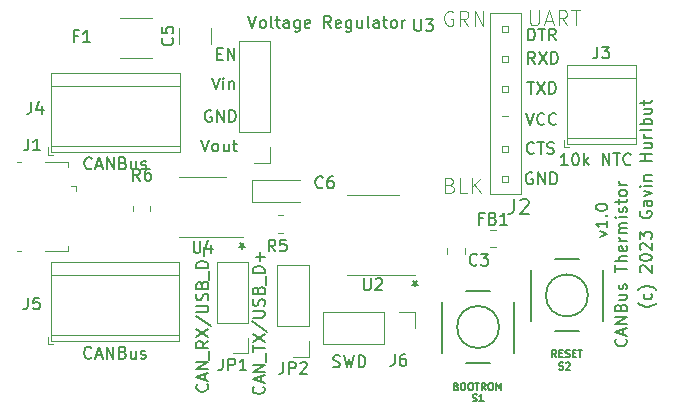
<source format=gbr>
%TF.GenerationSoftware,KiCad,Pcbnew,6.0.11-2627ca5db0~126~ubuntu22.04.1*%
%TF.CreationDate,2023-02-25T15:14:04-05:00*%
%TF.ProjectId,canbus-thermistor,63616e62-7573-42d7-9468-65726d697374,1.0*%
%TF.SameCoordinates,Original*%
%TF.FileFunction,Legend,Top*%
%TF.FilePolarity,Positive*%
%FSLAX46Y46*%
G04 Gerber Fmt 4.6, Leading zero omitted, Abs format (unit mm)*
G04 Created by KiCad (PCBNEW 6.0.11-2627ca5db0~126~ubuntu22.04.1) date 2023-02-25 15:14:04*
%MOMM*%
%LPD*%
G01*
G04 APERTURE LIST*
%ADD10C,0.150000*%
%ADD11C,0.127000*%
%ADD12C,0.101600*%
%ADD13C,0.120000*%
%ADD14C,0.066040*%
%ADD15C,0.203200*%
G04 APERTURE END LIST*
D10*
X109258333Y-94230952D02*
X109210714Y-94278571D01*
X109067857Y-94373809D01*
X108972619Y-94421428D01*
X108829761Y-94469047D01*
X108591666Y-94516666D01*
X108401190Y-94516666D01*
X108163095Y-94469047D01*
X108020238Y-94421428D01*
X107925000Y-94373809D01*
X107782142Y-94278571D01*
X107734523Y-94230952D01*
X108829761Y-93421428D02*
X108877380Y-93516666D01*
X108877380Y-93707142D01*
X108829761Y-93802380D01*
X108782142Y-93850000D01*
X108686904Y-93897619D01*
X108401190Y-93897619D01*
X108305952Y-93850000D01*
X108258333Y-93802380D01*
X108210714Y-93707142D01*
X108210714Y-93516666D01*
X108258333Y-93421428D01*
X109258333Y-93088095D02*
X109210714Y-93040476D01*
X109067857Y-92945238D01*
X108972619Y-92897619D01*
X108829761Y-92850000D01*
X108591666Y-92802380D01*
X108401190Y-92802380D01*
X108163095Y-92850000D01*
X108020238Y-92897619D01*
X107925000Y-92945238D01*
X107782142Y-93040476D01*
X107734523Y-93088095D01*
X107972619Y-91611904D02*
X107925000Y-91564285D01*
X107877380Y-91469047D01*
X107877380Y-91230952D01*
X107925000Y-91135714D01*
X107972619Y-91088095D01*
X108067857Y-91040476D01*
X108163095Y-91040476D01*
X108305952Y-91088095D01*
X108877380Y-91659523D01*
X108877380Y-91040476D01*
X107877380Y-90421428D02*
X107877380Y-90326190D01*
X107925000Y-90230952D01*
X107972619Y-90183333D01*
X108067857Y-90135714D01*
X108258333Y-90088095D01*
X108496428Y-90088095D01*
X108686904Y-90135714D01*
X108782142Y-90183333D01*
X108829761Y-90230952D01*
X108877380Y-90326190D01*
X108877380Y-90421428D01*
X108829761Y-90516666D01*
X108782142Y-90564285D01*
X108686904Y-90611904D01*
X108496428Y-90659523D01*
X108258333Y-90659523D01*
X108067857Y-90611904D01*
X107972619Y-90564285D01*
X107925000Y-90516666D01*
X107877380Y-90421428D01*
X107972619Y-89707142D02*
X107925000Y-89659523D01*
X107877380Y-89564285D01*
X107877380Y-89326190D01*
X107925000Y-89230952D01*
X107972619Y-89183333D01*
X108067857Y-89135714D01*
X108163095Y-89135714D01*
X108305952Y-89183333D01*
X108877380Y-89754761D01*
X108877380Y-89135714D01*
X107877380Y-88802380D02*
X107877380Y-88183333D01*
X108258333Y-88516666D01*
X108258333Y-88373809D01*
X108305952Y-88278571D01*
X108353571Y-88230952D01*
X108448809Y-88183333D01*
X108686904Y-88183333D01*
X108782142Y-88230952D01*
X108829761Y-88278571D01*
X108877380Y-88373809D01*
X108877380Y-88659523D01*
X108829761Y-88754761D01*
X108782142Y-88802380D01*
X107925000Y-86469047D02*
X107877380Y-86564285D01*
X107877380Y-86707142D01*
X107925000Y-86850000D01*
X108020238Y-86945238D01*
X108115476Y-86992857D01*
X108305952Y-87040476D01*
X108448809Y-87040476D01*
X108639285Y-86992857D01*
X108734523Y-86945238D01*
X108829761Y-86850000D01*
X108877380Y-86707142D01*
X108877380Y-86611904D01*
X108829761Y-86469047D01*
X108782142Y-86421428D01*
X108448809Y-86421428D01*
X108448809Y-86611904D01*
X108877380Y-85564285D02*
X108353571Y-85564285D01*
X108258333Y-85611904D01*
X108210714Y-85707142D01*
X108210714Y-85897619D01*
X108258333Y-85992857D01*
X108829761Y-85564285D02*
X108877380Y-85659523D01*
X108877380Y-85897619D01*
X108829761Y-85992857D01*
X108734523Y-86040476D01*
X108639285Y-86040476D01*
X108544047Y-85992857D01*
X108496428Y-85897619D01*
X108496428Y-85659523D01*
X108448809Y-85564285D01*
X108210714Y-85183333D02*
X108877380Y-84945238D01*
X108210714Y-84707142D01*
X108877380Y-84326190D02*
X108210714Y-84326190D01*
X107877380Y-84326190D02*
X107925000Y-84373809D01*
X107972619Y-84326190D01*
X107925000Y-84278571D01*
X107877380Y-84326190D01*
X107972619Y-84326190D01*
X108210714Y-83850000D02*
X108877380Y-83850000D01*
X108305952Y-83850000D02*
X108258333Y-83802380D01*
X108210714Y-83707142D01*
X108210714Y-83564285D01*
X108258333Y-83469047D01*
X108353571Y-83421428D01*
X108877380Y-83421428D01*
X108877380Y-82183333D02*
X107877380Y-82183333D01*
X108353571Y-82183333D02*
X108353571Y-81611904D01*
X108877380Y-81611904D02*
X107877380Y-81611904D01*
X108210714Y-80707142D02*
X108877380Y-80707142D01*
X108210714Y-81135714D02*
X108734523Y-81135714D01*
X108829761Y-81088095D01*
X108877380Y-80992857D01*
X108877380Y-80850000D01*
X108829761Y-80754761D01*
X108782142Y-80707142D01*
X108877380Y-80230952D02*
X108210714Y-80230952D01*
X108401190Y-80230952D02*
X108305952Y-80183333D01*
X108258333Y-80135714D01*
X108210714Y-80040476D01*
X108210714Y-79945238D01*
X108877380Y-79469047D02*
X108829761Y-79564285D01*
X108734523Y-79611904D01*
X107877380Y-79611904D01*
X108877380Y-79088095D02*
X107877380Y-79088095D01*
X108258333Y-79088095D02*
X108210714Y-78992857D01*
X108210714Y-78802380D01*
X108258333Y-78707142D01*
X108305952Y-78659523D01*
X108401190Y-78611904D01*
X108686904Y-78611904D01*
X108782142Y-78659523D01*
X108829761Y-78707142D01*
X108877380Y-78802380D01*
X108877380Y-78992857D01*
X108829761Y-79088095D01*
X108210714Y-77754761D02*
X108877380Y-77754761D01*
X108210714Y-78183333D02*
X108734523Y-78183333D01*
X108829761Y-78135714D01*
X108877380Y-78040476D01*
X108877380Y-77897619D01*
X108829761Y-77802380D01*
X108782142Y-77754761D01*
X108210714Y-77421428D02*
X108210714Y-77040476D01*
X107877380Y-77278571D02*
X108734523Y-77278571D01*
X108829761Y-77230952D01*
X108877380Y-77135714D01*
X108877380Y-77040476D01*
X104460714Y-88628571D02*
X105127380Y-88390476D01*
X104460714Y-88152380D01*
X105127380Y-87247619D02*
X105127380Y-87819047D01*
X105127380Y-87533333D02*
X104127380Y-87533333D01*
X104270238Y-87628571D01*
X104365476Y-87723809D01*
X104413095Y-87819047D01*
X105032142Y-86819047D02*
X105079761Y-86771428D01*
X105127380Y-86819047D01*
X105079761Y-86866666D01*
X105032142Y-86819047D01*
X105127380Y-86819047D01*
X104127380Y-86152380D02*
X104127380Y-86057142D01*
X104175000Y-85961904D01*
X104222619Y-85914285D01*
X104317857Y-85866666D01*
X104508333Y-85819047D01*
X104746428Y-85819047D01*
X104936904Y-85866666D01*
X105032142Y-85914285D01*
X105079761Y-85961904D01*
X105127380Y-86057142D01*
X105127380Y-86152380D01*
X105079761Y-86247619D01*
X105032142Y-86295238D01*
X104936904Y-86342857D01*
X104746428Y-86390476D01*
X104508333Y-86390476D01*
X104317857Y-86342857D01*
X104222619Y-86295238D01*
X104175000Y-86247619D01*
X104127380Y-86152380D01*
X106682142Y-97259523D02*
X106729761Y-97307142D01*
X106777380Y-97450000D01*
X106777380Y-97545238D01*
X106729761Y-97688095D01*
X106634523Y-97783333D01*
X106539285Y-97830952D01*
X106348809Y-97878571D01*
X106205952Y-97878571D01*
X106015476Y-97830952D01*
X105920238Y-97783333D01*
X105825000Y-97688095D01*
X105777380Y-97545238D01*
X105777380Y-97450000D01*
X105825000Y-97307142D01*
X105872619Y-97259523D01*
X106491666Y-96878571D02*
X106491666Y-96402380D01*
X106777380Y-96973809D02*
X105777380Y-96640476D01*
X106777380Y-96307142D01*
X106777380Y-95973809D02*
X105777380Y-95973809D01*
X106777380Y-95402380D01*
X105777380Y-95402380D01*
X106253571Y-94592857D02*
X106301190Y-94450000D01*
X106348809Y-94402380D01*
X106444047Y-94354761D01*
X106586904Y-94354761D01*
X106682142Y-94402380D01*
X106729761Y-94450000D01*
X106777380Y-94545238D01*
X106777380Y-94926190D01*
X105777380Y-94926190D01*
X105777380Y-94592857D01*
X105825000Y-94497619D01*
X105872619Y-94450000D01*
X105967857Y-94402380D01*
X106063095Y-94402380D01*
X106158333Y-94450000D01*
X106205952Y-94497619D01*
X106253571Y-94592857D01*
X106253571Y-94926190D01*
X106110714Y-93497619D02*
X106777380Y-93497619D01*
X106110714Y-93926190D02*
X106634523Y-93926190D01*
X106729761Y-93878571D01*
X106777380Y-93783333D01*
X106777380Y-93640476D01*
X106729761Y-93545238D01*
X106682142Y-93497619D01*
X106729761Y-93069047D02*
X106777380Y-92973809D01*
X106777380Y-92783333D01*
X106729761Y-92688095D01*
X106634523Y-92640476D01*
X106586904Y-92640476D01*
X106491666Y-92688095D01*
X106444047Y-92783333D01*
X106444047Y-92926190D01*
X106396428Y-93021428D01*
X106301190Y-93069047D01*
X106253571Y-93069047D01*
X106158333Y-93021428D01*
X106110714Y-92926190D01*
X106110714Y-92783333D01*
X106158333Y-92688095D01*
X105777380Y-91592857D02*
X105777380Y-91021428D01*
X106777380Y-91307142D02*
X105777380Y-91307142D01*
X106777380Y-90688095D02*
X105777380Y-90688095D01*
X106777380Y-90259523D02*
X106253571Y-90259523D01*
X106158333Y-90307142D01*
X106110714Y-90402380D01*
X106110714Y-90545238D01*
X106158333Y-90640476D01*
X106205952Y-90688095D01*
X106729761Y-89402380D02*
X106777380Y-89497619D01*
X106777380Y-89688095D01*
X106729761Y-89783333D01*
X106634523Y-89830952D01*
X106253571Y-89830952D01*
X106158333Y-89783333D01*
X106110714Y-89688095D01*
X106110714Y-89497619D01*
X106158333Y-89402380D01*
X106253571Y-89354761D01*
X106348809Y-89354761D01*
X106444047Y-89830952D01*
X106777380Y-88926190D02*
X106110714Y-88926190D01*
X106301190Y-88926190D02*
X106205952Y-88878571D01*
X106158333Y-88830952D01*
X106110714Y-88735714D01*
X106110714Y-88640476D01*
X106777380Y-88307142D02*
X106110714Y-88307142D01*
X106205952Y-88307142D02*
X106158333Y-88259523D01*
X106110714Y-88164285D01*
X106110714Y-88021428D01*
X106158333Y-87926190D01*
X106253571Y-87878571D01*
X106777380Y-87878571D01*
X106253571Y-87878571D02*
X106158333Y-87830952D01*
X106110714Y-87735714D01*
X106110714Y-87592857D01*
X106158333Y-87497619D01*
X106253571Y-87450000D01*
X106777380Y-87450000D01*
X106777380Y-86973809D02*
X106110714Y-86973809D01*
X105777380Y-86973809D02*
X105825000Y-87021428D01*
X105872619Y-86973809D01*
X105825000Y-86926190D01*
X105777380Y-86973809D01*
X105872619Y-86973809D01*
X106729761Y-86545238D02*
X106777380Y-86450000D01*
X106777380Y-86259523D01*
X106729761Y-86164285D01*
X106634523Y-86116666D01*
X106586904Y-86116666D01*
X106491666Y-86164285D01*
X106444047Y-86259523D01*
X106444047Y-86402380D01*
X106396428Y-86497619D01*
X106301190Y-86545238D01*
X106253571Y-86545238D01*
X106158333Y-86497619D01*
X106110714Y-86402380D01*
X106110714Y-86259523D01*
X106158333Y-86164285D01*
X106110714Y-85830952D02*
X106110714Y-85450000D01*
X105777380Y-85688095D02*
X106634523Y-85688095D01*
X106729761Y-85640476D01*
X106777380Y-85545238D01*
X106777380Y-85450000D01*
X106777380Y-84973809D02*
X106729761Y-85069047D01*
X106682142Y-85116666D01*
X106586904Y-85164285D01*
X106301190Y-85164285D01*
X106205952Y-85116666D01*
X106158333Y-85069047D01*
X106110714Y-84973809D01*
X106110714Y-84830952D01*
X106158333Y-84735714D01*
X106205952Y-84688095D01*
X106301190Y-84640476D01*
X106586904Y-84640476D01*
X106682142Y-84688095D01*
X106729761Y-84735714D01*
X106777380Y-84830952D01*
X106777380Y-84973809D01*
X106777380Y-84211904D02*
X106110714Y-84211904D01*
X106301190Y-84211904D02*
X106205952Y-84164285D01*
X106158333Y-84116666D01*
X106110714Y-84021428D01*
X106110714Y-83926190D01*
%TO.C,U3*%
X88788095Y-70177380D02*
X88788095Y-70986904D01*
X88835714Y-71082142D01*
X88883333Y-71129761D01*
X88978571Y-71177380D01*
X89169047Y-71177380D01*
X89264285Y-71129761D01*
X89311904Y-71082142D01*
X89359523Y-70986904D01*
X89359523Y-70177380D01*
X89740476Y-70177380D02*
X90359523Y-70177380D01*
X90026190Y-70558333D01*
X90169047Y-70558333D01*
X90264285Y-70605952D01*
X90311904Y-70653571D01*
X90359523Y-70748809D01*
X90359523Y-70986904D01*
X90311904Y-71082142D01*
X90264285Y-71129761D01*
X90169047Y-71177380D01*
X89883333Y-71177380D01*
X89788095Y-71129761D01*
X89740476Y-71082142D01*
X74732142Y-69927380D02*
X75065476Y-70927380D01*
X75398809Y-69927380D01*
X75875000Y-70927380D02*
X75779761Y-70879761D01*
X75732142Y-70832142D01*
X75684523Y-70736904D01*
X75684523Y-70451190D01*
X75732142Y-70355952D01*
X75779761Y-70308333D01*
X75875000Y-70260714D01*
X76017857Y-70260714D01*
X76113095Y-70308333D01*
X76160714Y-70355952D01*
X76208333Y-70451190D01*
X76208333Y-70736904D01*
X76160714Y-70832142D01*
X76113095Y-70879761D01*
X76017857Y-70927380D01*
X75875000Y-70927380D01*
X76779761Y-70927380D02*
X76684523Y-70879761D01*
X76636904Y-70784523D01*
X76636904Y-69927380D01*
X77017857Y-70260714D02*
X77398809Y-70260714D01*
X77160714Y-69927380D02*
X77160714Y-70784523D01*
X77208333Y-70879761D01*
X77303571Y-70927380D01*
X77398809Y-70927380D01*
X78160714Y-70927380D02*
X78160714Y-70403571D01*
X78113095Y-70308333D01*
X78017857Y-70260714D01*
X77827380Y-70260714D01*
X77732142Y-70308333D01*
X78160714Y-70879761D02*
X78065476Y-70927380D01*
X77827380Y-70927380D01*
X77732142Y-70879761D01*
X77684523Y-70784523D01*
X77684523Y-70689285D01*
X77732142Y-70594047D01*
X77827380Y-70546428D01*
X78065476Y-70546428D01*
X78160714Y-70498809D01*
X79065476Y-70260714D02*
X79065476Y-71070238D01*
X79017857Y-71165476D01*
X78970238Y-71213095D01*
X78875000Y-71260714D01*
X78732142Y-71260714D01*
X78636904Y-71213095D01*
X79065476Y-70879761D02*
X78970238Y-70927380D01*
X78779761Y-70927380D01*
X78684523Y-70879761D01*
X78636904Y-70832142D01*
X78589285Y-70736904D01*
X78589285Y-70451190D01*
X78636904Y-70355952D01*
X78684523Y-70308333D01*
X78779761Y-70260714D01*
X78970238Y-70260714D01*
X79065476Y-70308333D01*
X79922619Y-70879761D02*
X79827380Y-70927380D01*
X79636904Y-70927380D01*
X79541666Y-70879761D01*
X79494047Y-70784523D01*
X79494047Y-70403571D01*
X79541666Y-70308333D01*
X79636904Y-70260714D01*
X79827380Y-70260714D01*
X79922619Y-70308333D01*
X79970238Y-70403571D01*
X79970238Y-70498809D01*
X79494047Y-70594047D01*
X81732142Y-70927380D02*
X81398809Y-70451190D01*
X81160714Y-70927380D02*
X81160714Y-69927380D01*
X81541666Y-69927380D01*
X81636904Y-69975000D01*
X81684523Y-70022619D01*
X81732142Y-70117857D01*
X81732142Y-70260714D01*
X81684523Y-70355952D01*
X81636904Y-70403571D01*
X81541666Y-70451190D01*
X81160714Y-70451190D01*
X82541666Y-70879761D02*
X82446428Y-70927380D01*
X82255952Y-70927380D01*
X82160714Y-70879761D01*
X82113095Y-70784523D01*
X82113095Y-70403571D01*
X82160714Y-70308333D01*
X82255952Y-70260714D01*
X82446428Y-70260714D01*
X82541666Y-70308333D01*
X82589285Y-70403571D01*
X82589285Y-70498809D01*
X82113095Y-70594047D01*
X83446428Y-70260714D02*
X83446428Y-71070238D01*
X83398809Y-71165476D01*
X83351190Y-71213095D01*
X83255952Y-71260714D01*
X83113095Y-71260714D01*
X83017857Y-71213095D01*
X83446428Y-70879761D02*
X83351190Y-70927380D01*
X83160714Y-70927380D01*
X83065476Y-70879761D01*
X83017857Y-70832142D01*
X82970238Y-70736904D01*
X82970238Y-70451190D01*
X83017857Y-70355952D01*
X83065476Y-70308333D01*
X83160714Y-70260714D01*
X83351190Y-70260714D01*
X83446428Y-70308333D01*
X84351190Y-70260714D02*
X84351190Y-70927380D01*
X83922619Y-70260714D02*
X83922619Y-70784523D01*
X83970238Y-70879761D01*
X84065476Y-70927380D01*
X84208333Y-70927380D01*
X84303571Y-70879761D01*
X84351190Y-70832142D01*
X84970238Y-70927380D02*
X84875000Y-70879761D01*
X84827380Y-70784523D01*
X84827380Y-69927380D01*
X85779761Y-70927380D02*
X85779761Y-70403571D01*
X85732142Y-70308333D01*
X85636904Y-70260714D01*
X85446428Y-70260714D01*
X85351190Y-70308333D01*
X85779761Y-70879761D02*
X85684523Y-70927380D01*
X85446428Y-70927380D01*
X85351190Y-70879761D01*
X85303571Y-70784523D01*
X85303571Y-70689285D01*
X85351190Y-70594047D01*
X85446428Y-70546428D01*
X85684523Y-70546428D01*
X85779761Y-70498809D01*
X86113095Y-70260714D02*
X86494047Y-70260714D01*
X86255952Y-69927380D02*
X86255952Y-70784523D01*
X86303571Y-70879761D01*
X86398809Y-70927380D01*
X86494047Y-70927380D01*
X86970238Y-70927380D02*
X86875000Y-70879761D01*
X86827380Y-70832142D01*
X86779761Y-70736904D01*
X86779761Y-70451190D01*
X86827380Y-70355952D01*
X86875000Y-70308333D01*
X86970238Y-70260714D01*
X87113095Y-70260714D01*
X87208333Y-70308333D01*
X87255952Y-70355952D01*
X87303571Y-70451190D01*
X87303571Y-70736904D01*
X87255952Y-70832142D01*
X87208333Y-70879761D01*
X87113095Y-70927380D01*
X86970238Y-70927380D01*
X87732142Y-70927380D02*
X87732142Y-70260714D01*
X87732142Y-70451190D02*
X87779761Y-70355952D01*
X87827380Y-70308333D01*
X87922619Y-70260714D01*
X88017857Y-70260714D01*
X72073104Y-73103771D02*
X72406438Y-73103771D01*
X72549295Y-73627580D02*
X72073104Y-73627580D01*
X72073104Y-72627580D01*
X72549295Y-72627580D01*
X72977866Y-73627580D02*
X72977866Y-72627580D01*
X73549295Y-73627580D01*
X73549295Y-72627580D01*
X71592095Y-77933000D02*
X71496857Y-77885380D01*
X71354000Y-77885380D01*
X71211142Y-77933000D01*
X71115904Y-78028238D01*
X71068285Y-78123476D01*
X71020666Y-78313952D01*
X71020666Y-78456809D01*
X71068285Y-78647285D01*
X71115904Y-78742523D01*
X71211142Y-78837761D01*
X71354000Y-78885380D01*
X71449238Y-78885380D01*
X71592095Y-78837761D01*
X71639714Y-78790142D01*
X71639714Y-78456809D01*
X71449238Y-78456809D01*
X72068285Y-78885380D02*
X72068285Y-77885380D01*
X72639714Y-78885380D01*
X72639714Y-77885380D01*
X73115904Y-78885380D02*
X73115904Y-77885380D01*
X73354000Y-77885380D01*
X73496857Y-77933000D01*
X73592095Y-78028238D01*
X73639714Y-78123476D01*
X73687333Y-78313952D01*
X73687333Y-78456809D01*
X73639714Y-78647285D01*
X73592095Y-78742523D01*
X73496857Y-78837761D01*
X73354000Y-78885380D01*
X73115904Y-78885380D01*
X70723490Y-80379980D02*
X71056823Y-81379980D01*
X71390157Y-80379980D01*
X71866347Y-81379980D02*
X71771109Y-81332361D01*
X71723490Y-81284742D01*
X71675871Y-81189504D01*
X71675871Y-80903790D01*
X71723490Y-80808552D01*
X71771109Y-80760933D01*
X71866347Y-80713314D01*
X72009204Y-80713314D01*
X72104442Y-80760933D01*
X72152061Y-80808552D01*
X72199680Y-80903790D01*
X72199680Y-81189504D01*
X72152061Y-81284742D01*
X72104442Y-81332361D01*
X72009204Y-81379980D01*
X71866347Y-81379980D01*
X73056823Y-80713314D02*
X73056823Y-81379980D01*
X72628252Y-80713314D02*
X72628252Y-81237123D01*
X72675871Y-81332361D01*
X72771109Y-81379980D01*
X72913966Y-81379980D01*
X73009204Y-81332361D01*
X73056823Y-81284742D01*
X73390157Y-80713314D02*
X73771109Y-80713314D01*
X73533014Y-80379980D02*
X73533014Y-81237123D01*
X73580633Y-81332361D01*
X73675871Y-81379980D01*
X73771109Y-81379980D01*
X71623490Y-75129980D02*
X71956823Y-76129980D01*
X72290157Y-75129980D01*
X72623490Y-76129980D02*
X72623490Y-75463314D01*
X72623490Y-75129980D02*
X72575871Y-75177600D01*
X72623490Y-75225219D01*
X72671109Y-75177600D01*
X72623490Y-75129980D01*
X72623490Y-75225219D01*
X73099680Y-75463314D02*
X73099680Y-76129980D01*
X73099680Y-75558552D02*
X73147300Y-75510933D01*
X73242538Y-75463314D01*
X73385395Y-75463314D01*
X73480633Y-75510933D01*
X73528252Y-75606171D01*
X73528252Y-76129980D01*
D11*
%TO.C,J2*%
X97226666Y-85404523D02*
X97226666Y-86311666D01*
X97166190Y-86493095D01*
X97045238Y-86614047D01*
X96863809Y-86674523D01*
X96742857Y-86674523D01*
X97770952Y-85525476D02*
X97831428Y-85465000D01*
X97952380Y-85404523D01*
X98254761Y-85404523D01*
X98375714Y-85465000D01*
X98436190Y-85525476D01*
X98496666Y-85646428D01*
X98496666Y-85767380D01*
X98436190Y-85948809D01*
X97710476Y-86674523D01*
X98496666Y-86674523D01*
D12*
X98574047Y-69429523D02*
X98574047Y-70457619D01*
X98634523Y-70578571D01*
X98695000Y-70639047D01*
X98815952Y-70699523D01*
X99057857Y-70699523D01*
X99178809Y-70639047D01*
X99239285Y-70578571D01*
X99299761Y-70457619D01*
X99299761Y-69429523D01*
X99844047Y-70336666D02*
X100448809Y-70336666D01*
X99723095Y-70699523D02*
X100146428Y-69429523D01*
X100569761Y-70699523D01*
X101718809Y-70699523D02*
X101295476Y-70094761D01*
X100993095Y-70699523D02*
X100993095Y-69429523D01*
X101476904Y-69429523D01*
X101597857Y-69490000D01*
X101658333Y-69550476D01*
X101718809Y-69671428D01*
X101718809Y-69852857D01*
X101658333Y-69973809D01*
X101597857Y-70034285D01*
X101476904Y-70094761D01*
X100993095Y-70094761D01*
X102081666Y-69429523D02*
X102807380Y-69429523D01*
X102444523Y-70699523D02*
X102444523Y-69429523D01*
D10*
X98786095Y-83215400D02*
X98690857Y-83167780D01*
X98548000Y-83167780D01*
X98405142Y-83215400D01*
X98309904Y-83310638D01*
X98262285Y-83405876D01*
X98214666Y-83596352D01*
X98214666Y-83739209D01*
X98262285Y-83929685D01*
X98309904Y-84024923D01*
X98405142Y-84120161D01*
X98548000Y-84167780D01*
X98643238Y-84167780D01*
X98786095Y-84120161D01*
X98833714Y-84072542D01*
X98833714Y-83739209D01*
X98643238Y-83739209D01*
X99262285Y-84167780D02*
X99262285Y-83167780D01*
X99833714Y-84167780D01*
X99833714Y-83167780D01*
X100309904Y-84167780D02*
X100309904Y-83167780D01*
X100548000Y-83167780D01*
X100690857Y-83215400D01*
X100786095Y-83310638D01*
X100833714Y-83405876D01*
X100881333Y-83596352D01*
X100881333Y-83739209D01*
X100833714Y-83929685D01*
X100786095Y-84024923D01*
X100690857Y-84120161D01*
X100548000Y-84167780D01*
X100309904Y-84167780D01*
X98336895Y-75496980D02*
X98908323Y-75496980D01*
X98622609Y-76496980D02*
X98622609Y-75496980D01*
X99146419Y-75496980D02*
X99813085Y-76496980D01*
X99813085Y-75496980D02*
X99146419Y-76496980D01*
X100194038Y-76496980D02*
X100194038Y-75496980D01*
X100432133Y-75496980D01*
X100574990Y-75544600D01*
X100670228Y-75639838D01*
X100717847Y-75735076D01*
X100765466Y-75925552D01*
X100765466Y-76068409D01*
X100717847Y-76258885D01*
X100670228Y-76354123D01*
X100574990Y-76449361D01*
X100432133Y-76496980D01*
X100194038Y-76496980D01*
X98982933Y-73956980D02*
X98649600Y-73480790D01*
X98411504Y-73956980D02*
X98411504Y-72956980D01*
X98792457Y-72956980D01*
X98887695Y-73004600D01*
X98935314Y-73052219D01*
X98982933Y-73147457D01*
X98982933Y-73290314D01*
X98935314Y-73385552D01*
X98887695Y-73433171D01*
X98792457Y-73480790D01*
X98411504Y-73480790D01*
X99316266Y-72956980D02*
X99982933Y-73956980D01*
X99982933Y-72956980D02*
X99316266Y-73956980D01*
X100363885Y-73956980D02*
X100363885Y-72956980D01*
X100601980Y-72956980D01*
X100744838Y-73004600D01*
X100840076Y-73099838D01*
X100887695Y-73195076D01*
X100935314Y-73385552D01*
X100935314Y-73528409D01*
X100887695Y-73718885D01*
X100840076Y-73814123D01*
X100744838Y-73909361D01*
X100601980Y-73956980D01*
X100363885Y-73956980D01*
D12*
X92032380Y-69540000D02*
X91911428Y-69479523D01*
X91730000Y-69479523D01*
X91548571Y-69540000D01*
X91427619Y-69660952D01*
X91367142Y-69781904D01*
X91306666Y-70023809D01*
X91306666Y-70205238D01*
X91367142Y-70447142D01*
X91427619Y-70568095D01*
X91548571Y-70689047D01*
X91730000Y-70749523D01*
X91850952Y-70749523D01*
X92032380Y-70689047D01*
X92092857Y-70628571D01*
X92092857Y-70205238D01*
X91850952Y-70205238D01*
X93362857Y-70749523D02*
X92939523Y-70144761D01*
X92637142Y-70749523D02*
X92637142Y-69479523D01*
X93120952Y-69479523D01*
X93241904Y-69540000D01*
X93302380Y-69600476D01*
X93362857Y-69721428D01*
X93362857Y-69902857D01*
X93302380Y-70023809D01*
X93241904Y-70084285D01*
X93120952Y-70144761D01*
X92637142Y-70144761D01*
X93907142Y-70749523D02*
X93907142Y-69479523D01*
X94632857Y-70749523D01*
X94632857Y-69479523D01*
X91816666Y-84234285D02*
X91998095Y-84294761D01*
X92058571Y-84355238D01*
X92119047Y-84476190D01*
X92119047Y-84657619D01*
X92058571Y-84778571D01*
X91998095Y-84839047D01*
X91877142Y-84899523D01*
X91393333Y-84899523D01*
X91393333Y-83629523D01*
X91816666Y-83629523D01*
X91937619Y-83690000D01*
X91998095Y-83750476D01*
X92058571Y-83871428D01*
X92058571Y-83992380D01*
X91998095Y-84113333D01*
X91937619Y-84173809D01*
X91816666Y-84234285D01*
X91393333Y-84234285D01*
X93268095Y-84899523D02*
X92663333Y-84899523D01*
X92663333Y-83629523D01*
X93691428Y-84899523D02*
X93691428Y-83629523D01*
X94417142Y-84899523D02*
X93872857Y-84173809D01*
X94417142Y-83629523D02*
X93691428Y-84355238D01*
D10*
X98214666Y-78138580D02*
X98548000Y-79138580D01*
X98881333Y-78138580D01*
X99786095Y-79043342D02*
X99738476Y-79090961D01*
X99595619Y-79138580D01*
X99500380Y-79138580D01*
X99357523Y-79090961D01*
X99262285Y-78995723D01*
X99214666Y-78900485D01*
X99167047Y-78710009D01*
X99167047Y-78567152D01*
X99214666Y-78376676D01*
X99262285Y-78281438D01*
X99357523Y-78186200D01*
X99500380Y-78138580D01*
X99595619Y-78138580D01*
X99738476Y-78186200D01*
X99786095Y-78233819D01*
X100786095Y-79043342D02*
X100738476Y-79090961D01*
X100595619Y-79138580D01*
X100500380Y-79138580D01*
X100357523Y-79090961D01*
X100262285Y-78995723D01*
X100214666Y-78900485D01*
X100167047Y-78710009D01*
X100167047Y-78567152D01*
X100214666Y-78376676D01*
X100262285Y-78281438D01*
X100357523Y-78186200D01*
X100500380Y-78138580D01*
X100595619Y-78138580D01*
X100738476Y-78186200D01*
X100786095Y-78233819D01*
X98898780Y-81507142D02*
X98851161Y-81554761D01*
X98708304Y-81602380D01*
X98613066Y-81602380D01*
X98470209Y-81554761D01*
X98374971Y-81459523D01*
X98327352Y-81364285D01*
X98279733Y-81173809D01*
X98279733Y-81030952D01*
X98327352Y-80840476D01*
X98374971Y-80745238D01*
X98470209Y-80650000D01*
X98613066Y-80602380D01*
X98708304Y-80602380D01*
X98851161Y-80650000D01*
X98898780Y-80697619D01*
X99184495Y-80602380D02*
X99755923Y-80602380D01*
X99470209Y-81602380D02*
X99470209Y-80602380D01*
X100041638Y-81554761D02*
X100184495Y-81602380D01*
X100422590Y-81602380D01*
X100517828Y-81554761D01*
X100565447Y-81507142D01*
X100613066Y-81411904D01*
X100613066Y-81316666D01*
X100565447Y-81221428D01*
X100517828Y-81173809D01*
X100422590Y-81126190D01*
X100232114Y-81078571D01*
X100136876Y-81030952D01*
X100089257Y-80983333D01*
X100041638Y-80888095D01*
X100041638Y-80792857D01*
X100089257Y-80697619D01*
X100136876Y-80650000D01*
X100232114Y-80602380D01*
X100470209Y-80602380D01*
X100613066Y-80650000D01*
X98407142Y-71977380D02*
X98407142Y-70977380D01*
X98645238Y-70977380D01*
X98788095Y-71025000D01*
X98883333Y-71120238D01*
X98930952Y-71215476D01*
X98978571Y-71405952D01*
X98978571Y-71548809D01*
X98930952Y-71739285D01*
X98883333Y-71834523D01*
X98788095Y-71929761D01*
X98645238Y-71977380D01*
X98407142Y-71977380D01*
X99264285Y-70977380D02*
X99835714Y-70977380D01*
X99550000Y-71977380D02*
X99550000Y-70977380D01*
X100740476Y-71977380D02*
X100407142Y-71501190D01*
X100169047Y-71977380D02*
X100169047Y-70977380D01*
X100550000Y-70977380D01*
X100645238Y-71025000D01*
X100692857Y-71072619D01*
X100740476Y-71167857D01*
X100740476Y-71310714D01*
X100692857Y-71405952D01*
X100645238Y-71453571D01*
X100550000Y-71501190D01*
X100169047Y-71501190D01*
%TO.C,U4*%
X70088095Y-88962380D02*
X70088095Y-89771904D01*
X70135714Y-89867142D01*
X70183333Y-89914761D01*
X70278571Y-89962380D01*
X70469047Y-89962380D01*
X70564285Y-89914761D01*
X70611904Y-89867142D01*
X70659523Y-89771904D01*
X70659523Y-88962380D01*
X71564285Y-89295714D02*
X71564285Y-89962380D01*
X71326190Y-88914761D02*
X71088095Y-89629047D01*
X71707142Y-89629047D01*
X74175000Y-89607619D02*
X74175000Y-89369523D01*
X74413095Y-89464761D02*
X74175000Y-89369523D01*
X73936904Y-89464761D01*
X74317857Y-89179047D02*
X74175000Y-89369523D01*
X74032142Y-89179047D01*
%TO.C,U2*%
X84500595Y-92127380D02*
X84500595Y-92936904D01*
X84548214Y-93032142D01*
X84595833Y-93079761D01*
X84691071Y-93127380D01*
X84881547Y-93127380D01*
X84976785Y-93079761D01*
X85024404Y-93032142D01*
X85072023Y-92936904D01*
X85072023Y-92127380D01*
X85500595Y-92222619D02*
X85548214Y-92175000D01*
X85643452Y-92127380D01*
X85881547Y-92127380D01*
X85976785Y-92175000D01*
X86024404Y-92222619D01*
X86072023Y-92317857D01*
X86072023Y-92413095D01*
X86024404Y-92555952D01*
X85452976Y-93127380D01*
X86072023Y-93127380D01*
X88832500Y-92807619D02*
X88832500Y-92569523D01*
X89070595Y-92664761D02*
X88832500Y-92569523D01*
X88594404Y-92664761D01*
X88975357Y-92379047D02*
X88832500Y-92569523D01*
X88689642Y-92379047D01*
D11*
%TO.C,S2*%
X101035542Y-99821742D02*
X101122628Y-99850771D01*
X101267771Y-99850771D01*
X101325828Y-99821742D01*
X101354857Y-99792714D01*
X101383885Y-99734657D01*
X101383885Y-99676600D01*
X101354857Y-99618542D01*
X101325828Y-99589514D01*
X101267771Y-99560485D01*
X101151657Y-99531457D01*
X101093600Y-99502428D01*
X101064571Y-99473400D01*
X101035542Y-99415342D01*
X101035542Y-99357285D01*
X101064571Y-99299228D01*
X101093600Y-99270200D01*
X101151657Y-99241171D01*
X101296800Y-99241171D01*
X101383885Y-99270200D01*
X101616114Y-99299228D02*
X101645142Y-99270200D01*
X101703200Y-99241171D01*
X101848342Y-99241171D01*
X101906400Y-99270200D01*
X101935428Y-99299228D01*
X101964457Y-99357285D01*
X101964457Y-99415342D01*
X101935428Y-99502428D01*
X101587085Y-99850771D01*
X101964457Y-99850771D01*
X100789628Y-98800771D02*
X100586428Y-98510485D01*
X100441285Y-98800771D02*
X100441285Y-98191171D01*
X100673514Y-98191171D01*
X100731571Y-98220200D01*
X100760600Y-98249228D01*
X100789628Y-98307285D01*
X100789628Y-98394371D01*
X100760600Y-98452428D01*
X100731571Y-98481457D01*
X100673514Y-98510485D01*
X100441285Y-98510485D01*
X101050885Y-98481457D02*
X101254085Y-98481457D01*
X101341171Y-98800771D02*
X101050885Y-98800771D01*
X101050885Y-98191171D01*
X101341171Y-98191171D01*
X101573400Y-98771742D02*
X101660485Y-98800771D01*
X101805628Y-98800771D01*
X101863685Y-98771742D01*
X101892714Y-98742714D01*
X101921742Y-98684657D01*
X101921742Y-98626600D01*
X101892714Y-98568542D01*
X101863685Y-98539514D01*
X101805628Y-98510485D01*
X101689514Y-98481457D01*
X101631457Y-98452428D01*
X101602428Y-98423400D01*
X101573400Y-98365342D01*
X101573400Y-98307285D01*
X101602428Y-98249228D01*
X101631457Y-98220200D01*
X101689514Y-98191171D01*
X101834657Y-98191171D01*
X101921742Y-98220200D01*
X102183000Y-98481457D02*
X102386200Y-98481457D01*
X102473285Y-98800771D02*
X102183000Y-98800771D01*
X102183000Y-98191171D01*
X102473285Y-98191171D01*
X102647457Y-98191171D02*
X102995800Y-98191171D01*
X102821628Y-98800771D02*
X102821628Y-98191171D01*
%TO.C,S1*%
X93710542Y-102521742D02*
X93797628Y-102550771D01*
X93942771Y-102550771D01*
X94000828Y-102521742D01*
X94029857Y-102492714D01*
X94058885Y-102434657D01*
X94058885Y-102376600D01*
X94029857Y-102318542D01*
X94000828Y-102289514D01*
X93942771Y-102260485D01*
X93826657Y-102231457D01*
X93768600Y-102202428D01*
X93739571Y-102173400D01*
X93710542Y-102115342D01*
X93710542Y-102057285D01*
X93739571Y-101999228D01*
X93768600Y-101970200D01*
X93826657Y-101941171D01*
X93971800Y-101941171D01*
X94058885Y-101970200D01*
X94639457Y-102550771D02*
X94291114Y-102550771D01*
X94465285Y-102550771D02*
X94465285Y-101941171D01*
X94407228Y-102028257D01*
X94349171Y-102086314D01*
X94291114Y-102115342D01*
X92325228Y-101281457D02*
X92412314Y-101310485D01*
X92441342Y-101339514D01*
X92470371Y-101397571D01*
X92470371Y-101484657D01*
X92441342Y-101542714D01*
X92412314Y-101571742D01*
X92354257Y-101600771D01*
X92122028Y-101600771D01*
X92122028Y-100991171D01*
X92325228Y-100991171D01*
X92383285Y-101020200D01*
X92412314Y-101049228D01*
X92441342Y-101107285D01*
X92441342Y-101165342D01*
X92412314Y-101223400D01*
X92383285Y-101252428D01*
X92325228Y-101281457D01*
X92122028Y-101281457D01*
X92847742Y-100991171D02*
X92963857Y-100991171D01*
X93021914Y-101020200D01*
X93079971Y-101078257D01*
X93109000Y-101194371D01*
X93109000Y-101397571D01*
X93079971Y-101513685D01*
X93021914Y-101571742D01*
X92963857Y-101600771D01*
X92847742Y-101600771D01*
X92789685Y-101571742D01*
X92731628Y-101513685D01*
X92702600Y-101397571D01*
X92702600Y-101194371D01*
X92731628Y-101078257D01*
X92789685Y-101020200D01*
X92847742Y-100991171D01*
X93486371Y-100991171D02*
X93602485Y-100991171D01*
X93660542Y-101020200D01*
X93718600Y-101078257D01*
X93747628Y-101194371D01*
X93747628Y-101397571D01*
X93718600Y-101513685D01*
X93660542Y-101571742D01*
X93602485Y-101600771D01*
X93486371Y-101600771D01*
X93428314Y-101571742D01*
X93370257Y-101513685D01*
X93341228Y-101397571D01*
X93341228Y-101194371D01*
X93370257Y-101078257D01*
X93428314Y-101020200D01*
X93486371Y-100991171D01*
X93921800Y-100991171D02*
X94270142Y-100991171D01*
X94095971Y-101600771D02*
X94095971Y-100991171D01*
X94821685Y-101600771D02*
X94618485Y-101310485D01*
X94473342Y-101600771D02*
X94473342Y-100991171D01*
X94705571Y-100991171D01*
X94763628Y-101020200D01*
X94792657Y-101049228D01*
X94821685Y-101107285D01*
X94821685Y-101194371D01*
X94792657Y-101252428D01*
X94763628Y-101281457D01*
X94705571Y-101310485D01*
X94473342Y-101310485D01*
X95199057Y-100991171D02*
X95315171Y-100991171D01*
X95373228Y-101020200D01*
X95431285Y-101078257D01*
X95460314Y-101194371D01*
X95460314Y-101397571D01*
X95431285Y-101513685D01*
X95373228Y-101571742D01*
X95315171Y-101600771D01*
X95199057Y-101600771D01*
X95141000Y-101571742D01*
X95082942Y-101513685D01*
X95053914Y-101397571D01*
X95053914Y-101194371D01*
X95082942Y-101078257D01*
X95141000Y-101020200D01*
X95199057Y-100991171D01*
X95721571Y-101600771D02*
X95721571Y-100991171D01*
X95924771Y-101426600D01*
X96127971Y-100991171D01*
X96127971Y-101600771D01*
D10*
%TO.C,R6*%
X65558333Y-83852380D02*
X65225000Y-83376190D01*
X64986904Y-83852380D02*
X64986904Y-82852380D01*
X65367857Y-82852380D01*
X65463095Y-82900000D01*
X65510714Y-82947619D01*
X65558333Y-83042857D01*
X65558333Y-83185714D01*
X65510714Y-83280952D01*
X65463095Y-83328571D01*
X65367857Y-83376190D01*
X64986904Y-83376190D01*
X66415476Y-82852380D02*
X66225000Y-82852380D01*
X66129761Y-82900000D01*
X66082142Y-82947619D01*
X65986904Y-83090476D01*
X65939285Y-83280952D01*
X65939285Y-83661904D01*
X65986904Y-83757142D01*
X66034523Y-83804761D01*
X66129761Y-83852380D01*
X66320238Y-83852380D01*
X66415476Y-83804761D01*
X66463095Y-83757142D01*
X66510714Y-83661904D01*
X66510714Y-83423809D01*
X66463095Y-83328571D01*
X66415476Y-83280952D01*
X66320238Y-83233333D01*
X66129761Y-83233333D01*
X66034523Y-83280952D01*
X65986904Y-83328571D01*
X65939285Y-83423809D01*
%TO.C,R5*%
X77008333Y-89852380D02*
X76675000Y-89376190D01*
X76436904Y-89852380D02*
X76436904Y-88852380D01*
X76817857Y-88852380D01*
X76913095Y-88900000D01*
X76960714Y-88947619D01*
X77008333Y-89042857D01*
X77008333Y-89185714D01*
X76960714Y-89280952D01*
X76913095Y-89328571D01*
X76817857Y-89376190D01*
X76436904Y-89376190D01*
X77913095Y-88852380D02*
X77436904Y-88852380D01*
X77389285Y-89328571D01*
X77436904Y-89280952D01*
X77532142Y-89233333D01*
X77770238Y-89233333D01*
X77865476Y-89280952D01*
X77913095Y-89328571D01*
X77960714Y-89423809D01*
X77960714Y-89661904D01*
X77913095Y-89757142D01*
X77865476Y-89804761D01*
X77770238Y-89852380D01*
X77532142Y-89852380D01*
X77436904Y-89804761D01*
X77389285Y-89757142D01*
%TO.C,JP2*%
X77691666Y-99207380D02*
X77691666Y-99921666D01*
X77644047Y-100064523D01*
X77548809Y-100159761D01*
X77405952Y-100207380D01*
X77310714Y-100207380D01*
X78167857Y-100207380D02*
X78167857Y-99207380D01*
X78548809Y-99207380D01*
X78644047Y-99255000D01*
X78691666Y-99302619D01*
X78739285Y-99397857D01*
X78739285Y-99540714D01*
X78691666Y-99635952D01*
X78644047Y-99683571D01*
X78548809Y-99731190D01*
X78167857Y-99731190D01*
X79120238Y-99302619D02*
X79167857Y-99255000D01*
X79263095Y-99207380D01*
X79501190Y-99207380D01*
X79596428Y-99255000D01*
X79644047Y-99302619D01*
X79691666Y-99397857D01*
X79691666Y-99493095D01*
X79644047Y-99635952D01*
X79072619Y-100207380D01*
X79691666Y-100207380D01*
X76007142Y-101304761D02*
X76054761Y-101352380D01*
X76102380Y-101495238D01*
X76102380Y-101590476D01*
X76054761Y-101733333D01*
X75959523Y-101828571D01*
X75864285Y-101876190D01*
X75673809Y-101923809D01*
X75530952Y-101923809D01*
X75340476Y-101876190D01*
X75245238Y-101828571D01*
X75150000Y-101733333D01*
X75102380Y-101590476D01*
X75102380Y-101495238D01*
X75150000Y-101352380D01*
X75197619Y-101304761D01*
X75816666Y-100923809D02*
X75816666Y-100447619D01*
X76102380Y-101019047D02*
X75102380Y-100685714D01*
X76102380Y-100352380D01*
X76102380Y-100019047D02*
X75102380Y-100019047D01*
X76102380Y-99447619D01*
X75102380Y-99447619D01*
X76197619Y-99209523D02*
X76197619Y-98447619D01*
X75102380Y-98352380D02*
X75102380Y-97780952D01*
X76102380Y-98066666D02*
X75102380Y-98066666D01*
X75102380Y-97542857D02*
X76102380Y-96876190D01*
X75102380Y-96876190D02*
X76102380Y-97542857D01*
X75054761Y-95780952D02*
X76340476Y-96638095D01*
X75102380Y-95447619D02*
X75911904Y-95447619D01*
X76007142Y-95400000D01*
X76054761Y-95352380D01*
X76102380Y-95257142D01*
X76102380Y-95066666D01*
X76054761Y-94971428D01*
X76007142Y-94923809D01*
X75911904Y-94876190D01*
X75102380Y-94876190D01*
X76054761Y-94447619D02*
X76102380Y-94304761D01*
X76102380Y-94066666D01*
X76054761Y-93971428D01*
X76007142Y-93923809D01*
X75911904Y-93876190D01*
X75816666Y-93876190D01*
X75721428Y-93923809D01*
X75673809Y-93971428D01*
X75626190Y-94066666D01*
X75578571Y-94257142D01*
X75530952Y-94352380D01*
X75483333Y-94400000D01*
X75388095Y-94447619D01*
X75292857Y-94447619D01*
X75197619Y-94400000D01*
X75150000Y-94352380D01*
X75102380Y-94257142D01*
X75102380Y-94019047D01*
X75150000Y-93876190D01*
X75578571Y-93114285D02*
X75626190Y-92971428D01*
X75673809Y-92923809D01*
X75769047Y-92876190D01*
X75911904Y-92876190D01*
X76007142Y-92923809D01*
X76054761Y-92971428D01*
X76102380Y-93066666D01*
X76102380Y-93447619D01*
X75102380Y-93447619D01*
X75102380Y-93114285D01*
X75150000Y-93019047D01*
X75197619Y-92971428D01*
X75292857Y-92923809D01*
X75388095Y-92923809D01*
X75483333Y-92971428D01*
X75530952Y-93019047D01*
X75578571Y-93114285D01*
X75578571Y-93447619D01*
X76197619Y-92685714D02*
X76197619Y-91923809D01*
X76102380Y-91685714D02*
X75102380Y-91685714D01*
X75102380Y-91447619D01*
X75150000Y-91304761D01*
X75245238Y-91209523D01*
X75340476Y-91161904D01*
X75530952Y-91114285D01*
X75673809Y-91114285D01*
X75864285Y-91161904D01*
X75959523Y-91209523D01*
X76054761Y-91304761D01*
X76102380Y-91447619D01*
X76102380Y-91685714D01*
X75721428Y-90685714D02*
X75721428Y-89923809D01*
X76102380Y-90304761D02*
X75340476Y-90304761D01*
%TO.C,JP1*%
X72566666Y-98922380D02*
X72566666Y-99636666D01*
X72519047Y-99779523D01*
X72423809Y-99874761D01*
X72280952Y-99922380D01*
X72185714Y-99922380D01*
X73042857Y-99922380D02*
X73042857Y-98922380D01*
X73423809Y-98922380D01*
X73519047Y-98970000D01*
X73566666Y-99017619D01*
X73614285Y-99112857D01*
X73614285Y-99255714D01*
X73566666Y-99350952D01*
X73519047Y-99398571D01*
X73423809Y-99446190D01*
X73042857Y-99446190D01*
X74566666Y-99922380D02*
X73995238Y-99922380D01*
X74280952Y-99922380D02*
X74280952Y-98922380D01*
X74185714Y-99065238D01*
X74090476Y-99160476D01*
X73995238Y-99208095D01*
X71232142Y-101098809D02*
X71279761Y-101146428D01*
X71327380Y-101289285D01*
X71327380Y-101384523D01*
X71279761Y-101527380D01*
X71184523Y-101622619D01*
X71089285Y-101670238D01*
X70898809Y-101717857D01*
X70755952Y-101717857D01*
X70565476Y-101670238D01*
X70470238Y-101622619D01*
X70375000Y-101527380D01*
X70327380Y-101384523D01*
X70327380Y-101289285D01*
X70375000Y-101146428D01*
X70422619Y-101098809D01*
X71041666Y-100717857D02*
X71041666Y-100241666D01*
X71327380Y-100813095D02*
X70327380Y-100479761D01*
X71327380Y-100146428D01*
X71327380Y-99813095D02*
X70327380Y-99813095D01*
X71327380Y-99241666D01*
X70327380Y-99241666D01*
X71422619Y-99003571D02*
X71422619Y-98241666D01*
X71327380Y-97432142D02*
X70851190Y-97765476D01*
X71327380Y-98003571D02*
X70327380Y-98003571D01*
X70327380Y-97622619D01*
X70375000Y-97527380D01*
X70422619Y-97479761D01*
X70517857Y-97432142D01*
X70660714Y-97432142D01*
X70755952Y-97479761D01*
X70803571Y-97527380D01*
X70851190Y-97622619D01*
X70851190Y-98003571D01*
X70327380Y-97098809D02*
X71327380Y-96432142D01*
X70327380Y-96432142D02*
X71327380Y-97098809D01*
X70279761Y-95336904D02*
X71565476Y-96194047D01*
X70327380Y-95003571D02*
X71136904Y-95003571D01*
X71232142Y-94955952D01*
X71279761Y-94908333D01*
X71327380Y-94813095D01*
X71327380Y-94622619D01*
X71279761Y-94527380D01*
X71232142Y-94479761D01*
X71136904Y-94432142D01*
X70327380Y-94432142D01*
X71279761Y-94003571D02*
X71327380Y-93860714D01*
X71327380Y-93622619D01*
X71279761Y-93527380D01*
X71232142Y-93479761D01*
X71136904Y-93432142D01*
X71041666Y-93432142D01*
X70946428Y-93479761D01*
X70898809Y-93527380D01*
X70851190Y-93622619D01*
X70803571Y-93813095D01*
X70755952Y-93908333D01*
X70708333Y-93955952D01*
X70613095Y-94003571D01*
X70517857Y-94003571D01*
X70422619Y-93955952D01*
X70375000Y-93908333D01*
X70327380Y-93813095D01*
X70327380Y-93575000D01*
X70375000Y-93432142D01*
X70803571Y-92670238D02*
X70851190Y-92527380D01*
X70898809Y-92479761D01*
X70994047Y-92432142D01*
X71136904Y-92432142D01*
X71232142Y-92479761D01*
X71279761Y-92527380D01*
X71327380Y-92622619D01*
X71327380Y-93003571D01*
X70327380Y-93003571D01*
X70327380Y-92670238D01*
X70375000Y-92575000D01*
X70422619Y-92527380D01*
X70517857Y-92479761D01*
X70613095Y-92479761D01*
X70708333Y-92527380D01*
X70755952Y-92575000D01*
X70803571Y-92670238D01*
X70803571Y-93003571D01*
X71422619Y-92241666D02*
X71422619Y-91479761D01*
X71327380Y-91241666D02*
X70327380Y-91241666D01*
X70327380Y-91003571D01*
X70375000Y-90860714D01*
X70470238Y-90765476D01*
X70565476Y-90717857D01*
X70755952Y-90670238D01*
X70898809Y-90670238D01*
X71089285Y-90717857D01*
X71184523Y-90765476D01*
X71279761Y-90860714D01*
X71327380Y-91003571D01*
X71327380Y-91241666D01*
X70946428Y-90241666D02*
X70946428Y-89479761D01*
%TO.C,J6*%
X87116666Y-98552380D02*
X87116666Y-99266666D01*
X87069047Y-99409523D01*
X86973809Y-99504761D01*
X86830952Y-99552380D01*
X86735714Y-99552380D01*
X88021428Y-98552380D02*
X87830952Y-98552380D01*
X87735714Y-98600000D01*
X87688095Y-98647619D01*
X87592857Y-98790476D01*
X87545238Y-98980952D01*
X87545238Y-99361904D01*
X87592857Y-99457142D01*
X87640476Y-99504761D01*
X87735714Y-99552380D01*
X87926190Y-99552380D01*
X88021428Y-99504761D01*
X88069047Y-99457142D01*
X88116666Y-99361904D01*
X88116666Y-99123809D01*
X88069047Y-99028571D01*
X88021428Y-98980952D01*
X87926190Y-98933333D01*
X87735714Y-98933333D01*
X87640476Y-98980952D01*
X87592857Y-99028571D01*
X87545238Y-99123809D01*
X81917857Y-99604761D02*
X82060714Y-99652380D01*
X82298809Y-99652380D01*
X82394047Y-99604761D01*
X82441666Y-99557142D01*
X82489285Y-99461904D01*
X82489285Y-99366666D01*
X82441666Y-99271428D01*
X82394047Y-99223809D01*
X82298809Y-99176190D01*
X82108333Y-99128571D01*
X82013095Y-99080952D01*
X81965476Y-99033333D01*
X81917857Y-98938095D01*
X81917857Y-98842857D01*
X81965476Y-98747619D01*
X82013095Y-98700000D01*
X82108333Y-98652380D01*
X82346428Y-98652380D01*
X82489285Y-98700000D01*
X82822619Y-98652380D02*
X83060714Y-99652380D01*
X83251190Y-98938095D01*
X83441666Y-99652380D01*
X83679761Y-98652380D01*
X84060714Y-99652380D02*
X84060714Y-98652380D01*
X84298809Y-98652380D01*
X84441666Y-98700000D01*
X84536904Y-98795238D01*
X84584523Y-98890476D01*
X84632142Y-99080952D01*
X84632142Y-99223809D01*
X84584523Y-99414285D01*
X84536904Y-99509523D01*
X84441666Y-99604761D01*
X84298809Y-99652380D01*
X84060714Y-99652380D01*
%TO.C,J5*%
X56066666Y-93752380D02*
X56066666Y-94466666D01*
X56019047Y-94609523D01*
X55923809Y-94704761D01*
X55780952Y-94752380D01*
X55685714Y-94752380D01*
X57019047Y-93752380D02*
X56542857Y-93752380D01*
X56495238Y-94228571D01*
X56542857Y-94180952D01*
X56638095Y-94133333D01*
X56876190Y-94133333D01*
X56971428Y-94180952D01*
X57019047Y-94228571D01*
X57066666Y-94323809D01*
X57066666Y-94561904D01*
X57019047Y-94657142D01*
X56971428Y-94704761D01*
X56876190Y-94752380D01*
X56638095Y-94752380D01*
X56542857Y-94704761D01*
X56495238Y-94657142D01*
X61435000Y-98827142D02*
X61387380Y-98874761D01*
X61244523Y-98922380D01*
X61149285Y-98922380D01*
X61006428Y-98874761D01*
X60911190Y-98779523D01*
X60863571Y-98684285D01*
X60815952Y-98493809D01*
X60815952Y-98350952D01*
X60863571Y-98160476D01*
X60911190Y-98065238D01*
X61006428Y-97970000D01*
X61149285Y-97922380D01*
X61244523Y-97922380D01*
X61387380Y-97970000D01*
X61435000Y-98017619D01*
X61815952Y-98636666D02*
X62292142Y-98636666D01*
X61720714Y-98922380D02*
X62054047Y-97922380D01*
X62387380Y-98922380D01*
X62720714Y-98922380D02*
X62720714Y-97922380D01*
X63292142Y-98922380D01*
X63292142Y-97922380D01*
X64101666Y-98398571D02*
X64244523Y-98446190D01*
X64292142Y-98493809D01*
X64339761Y-98589047D01*
X64339761Y-98731904D01*
X64292142Y-98827142D01*
X64244523Y-98874761D01*
X64149285Y-98922380D01*
X63768333Y-98922380D01*
X63768333Y-97922380D01*
X64101666Y-97922380D01*
X64196904Y-97970000D01*
X64244523Y-98017619D01*
X64292142Y-98112857D01*
X64292142Y-98208095D01*
X64244523Y-98303333D01*
X64196904Y-98350952D01*
X64101666Y-98398571D01*
X63768333Y-98398571D01*
X65196904Y-98255714D02*
X65196904Y-98922380D01*
X64768333Y-98255714D02*
X64768333Y-98779523D01*
X64815952Y-98874761D01*
X64911190Y-98922380D01*
X65054047Y-98922380D01*
X65149285Y-98874761D01*
X65196904Y-98827142D01*
X65625476Y-98874761D02*
X65720714Y-98922380D01*
X65911190Y-98922380D01*
X66006428Y-98874761D01*
X66054047Y-98779523D01*
X66054047Y-98731904D01*
X66006428Y-98636666D01*
X65911190Y-98589047D01*
X65768333Y-98589047D01*
X65673095Y-98541428D01*
X65625476Y-98446190D01*
X65625476Y-98398571D01*
X65673095Y-98303333D01*
X65768333Y-98255714D01*
X65911190Y-98255714D01*
X66006428Y-98303333D01*
%TO.C,J4*%
X56341666Y-77202380D02*
X56341666Y-77916666D01*
X56294047Y-78059523D01*
X56198809Y-78154761D01*
X56055952Y-78202380D01*
X55960714Y-78202380D01*
X57246428Y-77535714D02*
X57246428Y-78202380D01*
X57008333Y-77154761D02*
X56770238Y-77869047D01*
X57389285Y-77869047D01*
X61470000Y-82802142D02*
X61422380Y-82849761D01*
X61279523Y-82897380D01*
X61184285Y-82897380D01*
X61041428Y-82849761D01*
X60946190Y-82754523D01*
X60898571Y-82659285D01*
X60850952Y-82468809D01*
X60850952Y-82325952D01*
X60898571Y-82135476D01*
X60946190Y-82040238D01*
X61041428Y-81945000D01*
X61184285Y-81897380D01*
X61279523Y-81897380D01*
X61422380Y-81945000D01*
X61470000Y-81992619D01*
X61850952Y-82611666D02*
X62327142Y-82611666D01*
X61755714Y-82897380D02*
X62089047Y-81897380D01*
X62422380Y-82897380D01*
X62755714Y-82897380D02*
X62755714Y-81897380D01*
X63327142Y-82897380D01*
X63327142Y-81897380D01*
X64136666Y-82373571D02*
X64279523Y-82421190D01*
X64327142Y-82468809D01*
X64374761Y-82564047D01*
X64374761Y-82706904D01*
X64327142Y-82802142D01*
X64279523Y-82849761D01*
X64184285Y-82897380D01*
X63803333Y-82897380D01*
X63803333Y-81897380D01*
X64136666Y-81897380D01*
X64231904Y-81945000D01*
X64279523Y-81992619D01*
X64327142Y-82087857D01*
X64327142Y-82183095D01*
X64279523Y-82278333D01*
X64231904Y-82325952D01*
X64136666Y-82373571D01*
X63803333Y-82373571D01*
X65231904Y-82230714D02*
X65231904Y-82897380D01*
X64803333Y-82230714D02*
X64803333Y-82754523D01*
X64850952Y-82849761D01*
X64946190Y-82897380D01*
X65089047Y-82897380D01*
X65184285Y-82849761D01*
X65231904Y-82802142D01*
X65660476Y-82849761D02*
X65755714Y-82897380D01*
X65946190Y-82897380D01*
X66041428Y-82849761D01*
X66089047Y-82754523D01*
X66089047Y-82706904D01*
X66041428Y-82611666D01*
X65946190Y-82564047D01*
X65803333Y-82564047D01*
X65708095Y-82516428D01*
X65660476Y-82421190D01*
X65660476Y-82373571D01*
X65708095Y-82278333D01*
X65803333Y-82230714D01*
X65946190Y-82230714D01*
X66041428Y-82278333D01*
%TO.C,J3*%
X104286666Y-72507380D02*
X104286666Y-73221666D01*
X104239047Y-73364523D01*
X104143809Y-73459761D01*
X104000952Y-73507380D01*
X103905714Y-73507380D01*
X104667619Y-72507380D02*
X105286666Y-72507380D01*
X104953333Y-72888333D01*
X105096190Y-72888333D01*
X105191428Y-72935952D01*
X105239047Y-72983571D01*
X105286666Y-73078809D01*
X105286666Y-73316904D01*
X105239047Y-73412142D01*
X105191428Y-73459761D01*
X105096190Y-73507380D01*
X104810476Y-73507380D01*
X104715238Y-73459761D01*
X104667619Y-73412142D01*
X101769047Y-82552380D02*
X101197619Y-82552380D01*
X101483333Y-82552380D02*
X101483333Y-81552380D01*
X101388095Y-81695238D01*
X101292857Y-81790476D01*
X101197619Y-81838095D01*
X102388095Y-81552380D02*
X102483333Y-81552380D01*
X102578571Y-81600000D01*
X102626190Y-81647619D01*
X102673809Y-81742857D01*
X102721428Y-81933333D01*
X102721428Y-82171428D01*
X102673809Y-82361904D01*
X102626190Y-82457142D01*
X102578571Y-82504761D01*
X102483333Y-82552380D01*
X102388095Y-82552380D01*
X102292857Y-82504761D01*
X102245238Y-82457142D01*
X102197619Y-82361904D01*
X102150000Y-82171428D01*
X102150000Y-81933333D01*
X102197619Y-81742857D01*
X102245238Y-81647619D01*
X102292857Y-81600000D01*
X102388095Y-81552380D01*
X103150000Y-82552380D02*
X103150000Y-81552380D01*
X103245238Y-82171428D02*
X103530952Y-82552380D01*
X103530952Y-81885714D02*
X103150000Y-82266666D01*
X104721428Y-82552380D02*
X104721428Y-81552380D01*
X105292857Y-82552380D01*
X105292857Y-81552380D01*
X105626190Y-81552380D02*
X106197619Y-81552380D01*
X105911904Y-82552380D02*
X105911904Y-81552380D01*
X107102380Y-82457142D02*
X107054761Y-82504761D01*
X106911904Y-82552380D01*
X106816666Y-82552380D01*
X106673809Y-82504761D01*
X106578571Y-82409523D01*
X106530952Y-82314285D01*
X106483333Y-82123809D01*
X106483333Y-81980952D01*
X106530952Y-81790476D01*
X106578571Y-81695238D01*
X106673809Y-81600000D01*
X106816666Y-81552380D01*
X106911904Y-81552380D01*
X107054761Y-81600000D01*
X107102380Y-81647619D01*
%TO.C,J1*%
X56091666Y-80302380D02*
X56091666Y-81016666D01*
X56044047Y-81159523D01*
X55948809Y-81254761D01*
X55805952Y-81302380D01*
X55710714Y-81302380D01*
X57091666Y-81302380D02*
X56520238Y-81302380D01*
X56805952Y-81302380D02*
X56805952Y-80302380D01*
X56710714Y-80445238D01*
X56615476Y-80540476D01*
X56520238Y-80588095D01*
%TO.C,FB1*%
X94591666Y-87053571D02*
X94258333Y-87053571D01*
X94258333Y-87577380D02*
X94258333Y-86577380D01*
X94734523Y-86577380D01*
X95448809Y-87053571D02*
X95591666Y-87101190D01*
X95639285Y-87148809D01*
X95686904Y-87244047D01*
X95686904Y-87386904D01*
X95639285Y-87482142D01*
X95591666Y-87529761D01*
X95496428Y-87577380D01*
X95115476Y-87577380D01*
X95115476Y-86577380D01*
X95448809Y-86577380D01*
X95544047Y-86625000D01*
X95591666Y-86672619D01*
X95639285Y-86767857D01*
X95639285Y-86863095D01*
X95591666Y-86958333D01*
X95544047Y-87005952D01*
X95448809Y-87053571D01*
X95115476Y-87053571D01*
X96639285Y-87577380D02*
X96067857Y-87577380D01*
X96353571Y-87577380D02*
X96353571Y-86577380D01*
X96258333Y-86720238D01*
X96163095Y-86815476D01*
X96067857Y-86863095D01*
%TO.C,F1*%
X60266666Y-71603571D02*
X59933333Y-71603571D01*
X59933333Y-72127380D02*
X59933333Y-71127380D01*
X60409523Y-71127380D01*
X61314285Y-72127380D02*
X60742857Y-72127380D01*
X61028571Y-72127380D02*
X61028571Y-71127380D01*
X60933333Y-71270238D01*
X60838095Y-71365476D01*
X60742857Y-71413095D01*
%TO.C,C6*%
X81033333Y-84407142D02*
X80985714Y-84454761D01*
X80842857Y-84502380D01*
X80747619Y-84502380D01*
X80604761Y-84454761D01*
X80509523Y-84359523D01*
X80461904Y-84264285D01*
X80414285Y-84073809D01*
X80414285Y-83930952D01*
X80461904Y-83740476D01*
X80509523Y-83645238D01*
X80604761Y-83550000D01*
X80747619Y-83502380D01*
X80842857Y-83502380D01*
X80985714Y-83550000D01*
X81033333Y-83597619D01*
X81890476Y-83502380D02*
X81700000Y-83502380D01*
X81604761Y-83550000D01*
X81557142Y-83597619D01*
X81461904Y-83740476D01*
X81414285Y-83930952D01*
X81414285Y-84311904D01*
X81461904Y-84407142D01*
X81509523Y-84454761D01*
X81604761Y-84502380D01*
X81795238Y-84502380D01*
X81890476Y-84454761D01*
X81938095Y-84407142D01*
X81985714Y-84311904D01*
X81985714Y-84073809D01*
X81938095Y-83978571D01*
X81890476Y-83930952D01*
X81795238Y-83883333D01*
X81604761Y-83883333D01*
X81509523Y-83930952D01*
X81461904Y-83978571D01*
X81414285Y-84073809D01*
%TO.C,C5*%
X68282142Y-71779166D02*
X68329761Y-71826785D01*
X68377380Y-71969642D01*
X68377380Y-72064880D01*
X68329761Y-72207738D01*
X68234523Y-72302976D01*
X68139285Y-72350595D01*
X67948809Y-72398214D01*
X67805952Y-72398214D01*
X67615476Y-72350595D01*
X67520238Y-72302976D01*
X67425000Y-72207738D01*
X67377380Y-72064880D01*
X67377380Y-71969642D01*
X67425000Y-71826785D01*
X67472619Y-71779166D01*
X67377380Y-70874404D02*
X67377380Y-71350595D01*
X67853571Y-71398214D01*
X67805952Y-71350595D01*
X67758333Y-71255357D01*
X67758333Y-71017261D01*
X67805952Y-70922023D01*
X67853571Y-70874404D01*
X67948809Y-70826785D01*
X68186904Y-70826785D01*
X68282142Y-70874404D01*
X68329761Y-70922023D01*
X68377380Y-71017261D01*
X68377380Y-71255357D01*
X68329761Y-71350595D01*
X68282142Y-71398214D01*
%TO.C,C3*%
X94083333Y-90957142D02*
X94035714Y-91004761D01*
X93892857Y-91052380D01*
X93797619Y-91052380D01*
X93654761Y-91004761D01*
X93559523Y-90909523D01*
X93511904Y-90814285D01*
X93464285Y-90623809D01*
X93464285Y-90480952D01*
X93511904Y-90290476D01*
X93559523Y-90195238D01*
X93654761Y-90100000D01*
X93797619Y-90052380D01*
X93892857Y-90052380D01*
X94035714Y-90100000D01*
X94083333Y-90147619D01*
X94416666Y-90052380D02*
X95035714Y-90052380D01*
X94702380Y-90433333D01*
X94845238Y-90433333D01*
X94940476Y-90480952D01*
X94988095Y-90528571D01*
X95035714Y-90623809D01*
X95035714Y-90861904D01*
X94988095Y-90957142D01*
X94940476Y-91004761D01*
X94845238Y-91052380D01*
X94559523Y-91052380D01*
X94464285Y-91004761D01*
X94416666Y-90957142D01*
D13*
%TO.C,U3*%
X76577300Y-81002600D02*
X76577300Y-82332600D01*
X73917300Y-79732600D02*
X73917300Y-72052600D01*
X76577300Y-82332600D02*
X75247300Y-82332600D01*
X76577300Y-72052600D02*
X73917300Y-72052600D01*
X76577300Y-79732600D02*
X73917300Y-79732600D01*
X76577300Y-79732600D02*
X76577300Y-72052600D01*
D14*
%TO.C,J2*%
X96246000Y-70736000D02*
X96246000Y-71244000D01*
X96246000Y-78356000D02*
X96754000Y-78356000D01*
X96246000Y-73276000D02*
X96246000Y-73784000D01*
X96246000Y-75816000D02*
X96246000Y-76324000D01*
X96246000Y-81404000D02*
X96754000Y-81404000D01*
X96246000Y-80896000D02*
X96246000Y-81404000D01*
X96754000Y-75816000D02*
X96754000Y-76324000D01*
X96246000Y-83944000D02*
X96754000Y-83944000D01*
X96754000Y-73276000D02*
X96754000Y-73784000D01*
X96246000Y-73784000D02*
X96754000Y-73784000D01*
X96246000Y-83436000D02*
X96246000Y-83944000D01*
X96246000Y-71244000D02*
X96754000Y-71244000D01*
X96246000Y-83436000D02*
X96754000Y-83436000D01*
X96246000Y-73276000D02*
X96754000Y-73276000D01*
X96246000Y-70736000D02*
X96754000Y-70736000D01*
X96246000Y-80896000D02*
X96754000Y-80896000D01*
X96246000Y-76324000D02*
X96754000Y-76324000D01*
X96754000Y-83436000D02*
X96754000Y-83944000D01*
X96754000Y-70736000D02*
X96754000Y-71244000D01*
X96754000Y-80896000D02*
X96754000Y-81404000D01*
X96246000Y-75816000D02*
X96754000Y-75816000D01*
D13*
X97846200Y-69694600D02*
X95153800Y-69694600D01*
X95153800Y-69694600D02*
X95153800Y-84960000D01*
X95153800Y-84960000D02*
X97846200Y-84960000D01*
X97846200Y-84960000D02*
X97846200Y-69694600D01*
%TO.C,U4*%
X70850000Y-88670000D02*
X68900000Y-88670000D01*
X70850000Y-83550000D02*
X68900000Y-83550000D01*
X70850000Y-88670000D02*
X74300000Y-88670000D01*
X70850000Y-83550000D02*
X72800000Y-83550000D01*
%TO.C,U2*%
X85262500Y-91860000D02*
X83062500Y-91860000D01*
X85262500Y-91860000D02*
X88862500Y-91860000D01*
X85262500Y-85090000D02*
X83062500Y-85090000D01*
X85262500Y-85090000D02*
X87462500Y-85090000D01*
D15*
%TO.C,S2*%
X104748000Y-95734000D02*
X104748000Y-91416000D01*
X98652000Y-91416000D02*
X98652000Y-95734000D01*
X102695680Y-96623000D02*
X100684000Y-96623000D01*
X102726160Y-90527000D02*
X100684000Y-90527000D01*
X103478000Y-93575000D02*
G75*
G03*
X103478000Y-93575000I-1778000J0D01*
G01*
%TO.C,S1*%
X97223000Y-98409000D02*
X97223000Y-94091000D01*
X91127000Y-94091000D02*
X91127000Y-98409000D01*
X95170680Y-99298000D02*
X93159000Y-99298000D01*
X95201160Y-93202000D02*
X93159000Y-93202000D01*
X95953000Y-96250000D02*
G75*
G03*
X95953000Y-96250000I-1778000J0D01*
G01*
D13*
%TO.C,R6*%
X64965000Y-86427064D02*
X64965000Y-85972936D01*
X66435000Y-86427064D02*
X66435000Y-85972936D01*
%TO.C,R5*%
X77247936Y-86790000D02*
X77702064Y-86790000D01*
X77247936Y-88260000D02*
X77702064Y-88260000D01*
%TO.C,JP2*%
X79855000Y-91015000D02*
X77195000Y-91015000D01*
X79855000Y-96155000D02*
X79855000Y-91015000D01*
X79855000Y-97425000D02*
X79855000Y-98755000D01*
X77195000Y-96155000D02*
X77195000Y-91015000D01*
X79855000Y-98755000D02*
X78525000Y-98755000D01*
X79855000Y-96155000D02*
X77195000Y-96155000D01*
%TO.C,JP1*%
X74730000Y-90730000D02*
X72070000Y-90730000D01*
X74730000Y-95870000D02*
X74730000Y-90730000D01*
X74730000Y-97140000D02*
X74730000Y-98470000D01*
X72070000Y-95870000D02*
X72070000Y-90730000D01*
X74730000Y-98470000D02*
X73400000Y-98470000D01*
X74730000Y-95870000D02*
X72070000Y-95870000D01*
%TO.C,J6*%
X81080000Y-95020000D02*
X81080000Y-97680000D01*
X86220000Y-95020000D02*
X81080000Y-95020000D01*
X87490000Y-95020000D02*
X88820000Y-95020000D01*
X86220000Y-97680000D02*
X81080000Y-97680000D01*
X88820000Y-95020000D02*
X88820000Y-96350000D01*
X86220000Y-95020000D02*
X86220000Y-97680000D01*
%TO.C,J5*%
X57765000Y-97710000D02*
X58165000Y-97710000D01*
X58005000Y-96950000D02*
X68866000Y-96950000D01*
X57765000Y-97070000D02*
X57765000Y-97710000D01*
X68866000Y-90730000D02*
X68866000Y-97470000D01*
X58005000Y-90730000D02*
X58005000Y-97470000D01*
X58005000Y-97470000D02*
X68866000Y-97470000D01*
X58005000Y-91850000D02*
X68866000Y-91850000D01*
X58005000Y-90730000D02*
X68866000Y-90730000D01*
%TO.C,J4*%
X57800000Y-81685000D02*
X58200000Y-81685000D01*
X58040000Y-80925000D02*
X68901000Y-80925000D01*
X57800000Y-81045000D02*
X57800000Y-81685000D01*
X68901000Y-74705000D02*
X68901000Y-81445000D01*
X58040000Y-74705000D02*
X58040000Y-81445000D01*
X58040000Y-81445000D02*
X68901000Y-81445000D01*
X58040000Y-75825000D02*
X68901000Y-75825000D01*
X58040000Y-74705000D02*
X68901000Y-74705000D01*
%TO.C,J3*%
X107510000Y-74055000D02*
X107510000Y-80795000D01*
X101730000Y-80275000D02*
X107510000Y-80275000D01*
X101730000Y-74055000D02*
X107510000Y-74055000D01*
X101490000Y-80395000D02*
X101490000Y-81035000D01*
X101730000Y-74055000D02*
X101730000Y-80795000D01*
X101730000Y-75175000D02*
X107510000Y-75175000D01*
X101730000Y-80795000D02*
X107510000Y-80795000D01*
X101490000Y-81035000D02*
X101890000Y-81035000D01*
%TO.C,J1*%
X60150000Y-84740000D02*
X60150000Y-84290000D01*
X59470000Y-89810000D02*
X59470000Y-89390000D01*
X59700000Y-84290000D02*
X60150000Y-84290000D01*
X55120000Y-82290000D02*
X55520000Y-82290000D01*
X55520000Y-89810000D02*
X55120000Y-89810000D01*
X57490000Y-89810000D02*
X59470000Y-89810000D01*
X57490000Y-82290000D02*
X59470000Y-82290000D01*
X59470000Y-82290000D02*
X59470000Y-82710000D01*
%TO.C,FB1*%
X95163748Y-88065000D02*
X95686252Y-88065000D01*
X95163748Y-89485000D02*
X95686252Y-89485000D01*
%TO.C,F1*%
X63838748Y-73485000D02*
X66611252Y-73485000D01*
X63838748Y-70065000D02*
X66611252Y-70065000D01*
%TO.C,C6*%
X75052500Y-83790000D02*
X75052500Y-85660000D01*
X79137500Y-83790000D02*
X75052500Y-83790000D01*
X75052500Y-85660000D02*
X79137500Y-85660000D01*
%TO.C,C5*%
X68865000Y-72323752D02*
X68865000Y-70901248D01*
X71585000Y-72323752D02*
X71585000Y-70901248D01*
%TO.C,C3*%
X93060000Y-89538748D02*
X93060000Y-90061252D01*
X91590000Y-89538748D02*
X91590000Y-90061252D01*
%TD*%
M02*

</source>
